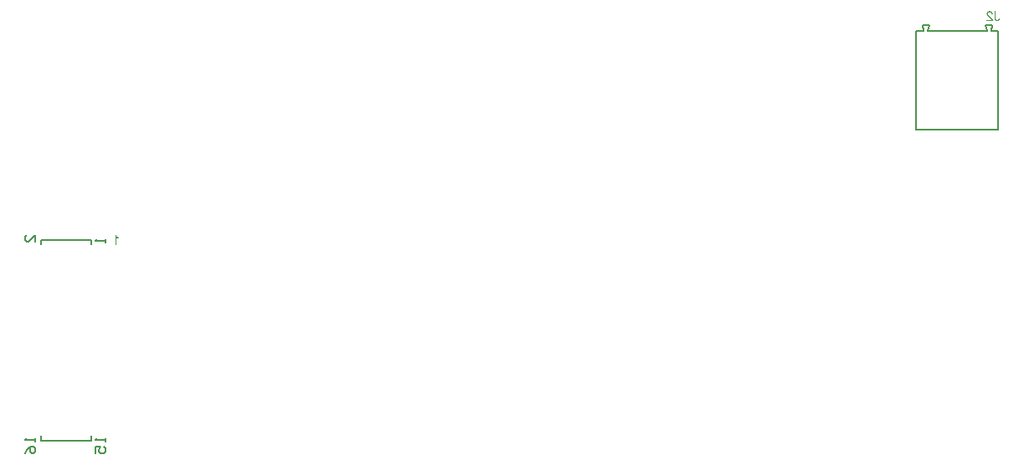
<source format=gbo>
G04*
G04 #@! TF.GenerationSoftware,Altium Limited,Altium Designer,19.1.9 (167)*
G04*
G04 Layer_Color=32896*
%FSLAX25Y25*%
%MOIN*%
G70*
G01*
G75*
%ADD11C,0.00787*%
G36*
X-353980Y238538D02*
X-353919Y238449D01*
X-353847Y238360D01*
X-353781Y238283D01*
X-353714Y238216D01*
X-353664Y238160D01*
X-353642Y238144D01*
X-353625Y238127D01*
X-353620Y238122D01*
X-353614Y238116D01*
X-353497Y238022D01*
X-353381Y237933D01*
X-353270Y237855D01*
X-353159Y237794D01*
X-353064Y237739D01*
X-353026Y237717D01*
X-352992Y237700D01*
X-352965Y237683D01*
X-352942Y237678D01*
X-352931Y237667D01*
X-352926D01*
Y237211D01*
X-353009Y237245D01*
X-353092Y237284D01*
X-353175Y237322D01*
X-353253Y237361D01*
X-353320Y237395D01*
X-353375Y237422D01*
X-353409Y237444D01*
X-353414Y237450D01*
X-353420D01*
X-353520Y237511D01*
X-353608Y237572D01*
X-353686Y237628D01*
X-353747Y237678D01*
X-353803Y237717D01*
X-353836Y237750D01*
X-353864Y237772D01*
X-353869Y237778D01*
Y234775D01*
X-354341D01*
Y238632D01*
X-354036D01*
X-353980Y238538D01*
D02*
G37*
G36*
X-6135Y327952D02*
X-6041Y327946D01*
X-5952Y327929D01*
X-5869Y327913D01*
X-5791Y327891D01*
X-5719Y327868D01*
X-5652Y327841D01*
X-5591Y327813D01*
X-5536Y327785D01*
X-5491Y327758D01*
X-5452Y327735D01*
X-5419Y327713D01*
X-5391Y327696D01*
X-5375Y327680D01*
X-5364Y327674D01*
X-5358Y327669D01*
X-5302Y327613D01*
X-5252Y327552D01*
X-5203Y327485D01*
X-5164Y327419D01*
X-5097Y327286D01*
X-5053Y327152D01*
X-5036Y327091D01*
X-5019Y327030D01*
X-5008Y326980D01*
X-4997Y326936D01*
X-4992Y326897D01*
Y326870D01*
X-4986Y326853D01*
Y326847D01*
X-5469Y326797D01*
X-5480Y326925D01*
X-5502Y327036D01*
X-5536Y327136D01*
X-5574Y327214D01*
X-5608Y327280D01*
X-5641Y327325D01*
X-5663Y327352D01*
X-5674Y327363D01*
X-5757Y327430D01*
X-5846Y327480D01*
X-5941Y327519D01*
X-6024Y327541D01*
X-6102Y327558D01*
X-6168Y327563D01*
X-6190Y327569D01*
X-6224D01*
X-6340Y327563D01*
X-6446Y327541D01*
X-6535Y327508D01*
X-6612Y327474D01*
X-6673Y327436D01*
X-6712Y327408D01*
X-6740Y327386D01*
X-6751Y327375D01*
X-6818Y327297D01*
X-6867Y327219D01*
X-6906Y327141D01*
X-6929Y327064D01*
X-6945Y327003D01*
X-6951Y326947D01*
X-6956Y326914D01*
Y326908D01*
Y326903D01*
X-6945Y326803D01*
X-6923Y326697D01*
X-6884Y326603D01*
X-6845Y326514D01*
X-6801Y326442D01*
X-6762Y326381D01*
X-6751Y326359D01*
X-6740Y326342D01*
X-6729Y326337D01*
Y326331D01*
X-6684Y326270D01*
X-6629Y326209D01*
X-6568Y326142D01*
X-6501Y326076D01*
X-6363Y325943D01*
X-6224Y325809D01*
X-6152Y325748D01*
X-6091Y325693D01*
X-6030Y325643D01*
X-5979Y325599D01*
X-5941Y325565D01*
X-5907Y325537D01*
X-5885Y325521D01*
X-5880Y325515D01*
X-5741Y325399D01*
X-5613Y325288D01*
X-5508Y325188D01*
X-5424Y325105D01*
X-5352Y325032D01*
X-5302Y324983D01*
X-5275Y324949D01*
X-5264Y324944D01*
Y324938D01*
X-5186Y324844D01*
X-5125Y324755D01*
X-5069Y324666D01*
X-5025Y324588D01*
X-4992Y324522D01*
X-4969Y324472D01*
X-4958Y324439D01*
X-4953Y324433D01*
Y324427D01*
X-4931Y324366D01*
X-4919Y324311D01*
X-4908Y324255D01*
X-4903Y324205D01*
X-4897Y324161D01*
Y324128D01*
Y324106D01*
Y324100D01*
X-7445D01*
Y324555D01*
X-5552D01*
X-5619Y324649D01*
X-5652Y324688D01*
X-5680Y324727D01*
X-5708Y324760D01*
X-5730Y324783D01*
X-5746Y324799D01*
X-5752Y324805D01*
X-5780Y324833D01*
X-5813Y324860D01*
X-5891Y324933D01*
X-5979Y325016D01*
X-6074Y325099D01*
X-6163Y325171D01*
X-6202Y325204D01*
X-6235Y325238D01*
X-6263Y325260D01*
X-6285Y325277D01*
X-6296Y325288D01*
X-6301Y325293D01*
X-6390Y325371D01*
X-6479Y325443D01*
X-6557Y325515D01*
X-6629Y325576D01*
X-6696Y325637D01*
X-6751Y325693D01*
X-6807Y325743D01*
X-6851Y325787D01*
X-6895Y325832D01*
X-6929Y325865D01*
X-6956Y325893D01*
X-6984Y325920D01*
X-7012Y325954D01*
X-7023Y325965D01*
X-7101Y326059D01*
X-7167Y326142D01*
X-7223Y326226D01*
X-7267Y326292D01*
X-7300Y326353D01*
X-7323Y326398D01*
X-7334Y326426D01*
X-7339Y326436D01*
X-7373Y326520D01*
X-7395Y326603D01*
X-7417Y326681D01*
X-7428Y326747D01*
X-7434Y326808D01*
X-7439Y326853D01*
Y326881D01*
Y326892D01*
X-7434Y326975D01*
X-7423Y327053D01*
X-7412Y327130D01*
X-7389Y327197D01*
X-7334Y327330D01*
X-7278Y327436D01*
X-7245Y327485D01*
X-7217Y327524D01*
X-7189Y327563D01*
X-7162Y327591D01*
X-7140Y327613D01*
X-7128Y327635D01*
X-7117Y327641D01*
X-7112Y327646D01*
X-7051Y327702D01*
X-6984Y327752D01*
X-6912Y327791D01*
X-6840Y327824D01*
X-6696Y327880D01*
X-6551Y327918D01*
X-6490Y327929D01*
X-6429Y327941D01*
X-6374Y327946D01*
X-6329Y327952D01*
X-6290Y327957D01*
X-6235D01*
X-6135Y327952D01*
D02*
G37*
G36*
X-3815Y325293D02*
Y325177D01*
X-3804Y325077D01*
X-3798Y324994D01*
X-3787Y324927D01*
X-3776Y324877D01*
X-3771Y324838D01*
X-3760Y324816D01*
Y324810D01*
X-3737Y324755D01*
X-3710Y324710D01*
X-3676Y324672D01*
X-3649Y324633D01*
X-3615Y324611D01*
X-3593Y324588D01*
X-3576Y324577D01*
X-3571Y324572D01*
X-3515Y324544D01*
X-3460Y324522D01*
X-3404Y324511D01*
X-3354Y324500D01*
X-3304Y324494D01*
X-3271Y324488D01*
X-3238D01*
X-3149Y324494D01*
X-3066Y324516D01*
X-2999Y324538D01*
X-2938Y324572D01*
X-2894Y324600D01*
X-2860Y324627D01*
X-2838Y324644D01*
X-2833Y324649D01*
X-2805Y324683D01*
X-2783Y324722D01*
X-2749Y324810D01*
X-2716Y324910D01*
X-2699Y325010D01*
X-2683Y325105D01*
Y325143D01*
X-2677Y325177D01*
X-2672Y325210D01*
Y325232D01*
Y325243D01*
Y325249D01*
X-2211Y325182D01*
Y325077D01*
X-2217Y324983D01*
X-2233Y324888D01*
X-2244Y324805D01*
X-2267Y324727D01*
X-2289Y324661D01*
X-2311Y324594D01*
X-2333Y324538D01*
X-2361Y324488D01*
X-2383Y324444D01*
X-2405Y324405D01*
X-2428Y324377D01*
X-2444Y324355D01*
X-2455Y324333D01*
X-2461Y324328D01*
X-2466Y324322D01*
X-2522Y324272D01*
X-2577Y324228D01*
X-2638Y324189D01*
X-2705Y324155D01*
X-2833Y324106D01*
X-2955Y324072D01*
X-3071Y324050D01*
X-3116Y324044D01*
X-3160Y324039D01*
X-3193Y324033D01*
X-3243D01*
X-3365Y324039D01*
X-3477Y324056D01*
X-3576Y324078D01*
X-3665Y324106D01*
X-3737Y324128D01*
X-3787Y324150D01*
X-3821Y324167D01*
X-3832Y324172D01*
X-3920Y324228D01*
X-3998Y324294D01*
X-4059Y324361D01*
X-4115Y324422D01*
X-4154Y324483D01*
X-4181Y324527D01*
X-4198Y324561D01*
X-4203Y324566D01*
Y324572D01*
X-4242Y324683D01*
X-4276Y324799D01*
X-4298Y324927D01*
X-4309Y325049D01*
X-4320Y325154D01*
Y325199D01*
X-4326Y325243D01*
Y325277D01*
Y325299D01*
Y325315D01*
Y325321D01*
Y327941D01*
X-3815D01*
Y325293D01*
D02*
G37*
D11*
X-30911Y320185D02*
X-7289D01*
X-5714D02*
X-2761D01*
X-7781Y322547D02*
X-7289Y320185D01*
X-5714D02*
X-5222Y322547D01*
X-7781D02*
X-5222D01*
X-35439Y320185D02*
X-32486D01*
X-32978Y322547D02*
X-32486Y320185D01*
X-30911D02*
X-30419Y322547D01*
X-32978D02*
X-30419D01*
X-35439Y280815D02*
X-2761D01*
Y320185D01*
X-35439Y280815D02*
Y320185D01*
X-364016Y234921D02*
Y236850D01*
X-384016Y234921D02*
Y236850D01*
X-364016D01*
X-384016Y156850D02*
X-364016D01*
Y158780D01*
X-384016Y156850D02*
Y158780D01*
X-386221Y236038D02*
Y238661D01*
X-388844Y236038D01*
X-389500D01*
X-390156Y236694D01*
Y238005D01*
X-389500Y238661D01*
X-358268Y237087D02*
Y235775D01*
Y236431D01*
X-362204D01*
X-361547Y237087D01*
X-358268Y157795D02*
Y156483D01*
Y157139D01*
X-362204D01*
X-361547Y157795D01*
X-362204Y151892D02*
Y154516D01*
X-360236D01*
X-360892Y153204D01*
Y152548D01*
X-360236Y151892D01*
X-358924D01*
X-358268Y152548D01*
Y153859D01*
X-358924Y154516D01*
X-386221Y157795D02*
Y156483D01*
Y157139D01*
X-390156D01*
X-389500Y157795D01*
X-390156Y151892D02*
X-389500Y153204D01*
X-388188Y154516D01*
X-386876D01*
X-386221Y153859D01*
Y152548D01*
X-386876Y151892D01*
X-387532D01*
X-388188Y152548D01*
Y154516D01*
M02*

</source>
